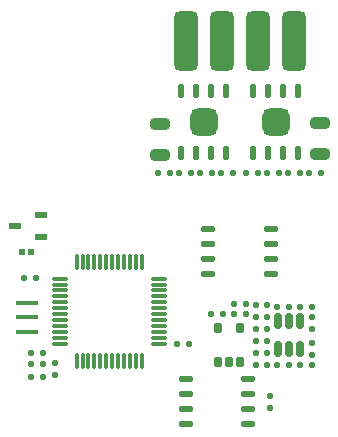
<source format=gbp>
G04*
G04 #@! TF.GenerationSoftware,Altium Limited,Altium Designer,23.8.1 (32)*
G04*
G04 Layer_Color=128*
%FSLAX44Y44*%
%MOMM*%
G71*
G04*
G04 #@! TF.SameCoordinates,63047707-2AD3-47D3-9D9A-8CE44674FD2A*
G04*
G04*
G04 #@! TF.FilePolarity,Positive*
G04*
G01*
G75*
%ADD19R,0.4682X0.4725*%
%ADD59R,1.1000X0.6000*%
%ADD60O,1.3000X0.5000*%
G04:AMPARAMS|DCode=61|XSize=0.508mm|YSize=0.508mm|CornerRadius=0.127mm|HoleSize=0mm|Usage=FLASHONLY|Rotation=0.000|XOffset=0mm|YOffset=0mm|HoleType=Round|Shape=RoundedRectangle|*
%AMROUNDEDRECTD61*
21,1,0.5080,0.2540,0,0,0.0*
21,1,0.2540,0.5080,0,0,0.0*
1,1,0.2540,0.1270,-0.1270*
1,1,0.2540,-0.1270,-0.1270*
1,1,0.2540,-0.1270,0.1270*
1,1,0.2540,0.1270,0.1270*
%
%ADD61ROUNDEDRECTD61*%
G04:AMPARAMS|DCode=62|XSize=0.7mm|YSize=1.3mm|CornerRadius=0.175mm|HoleSize=0mm|Usage=FLASHONLY|Rotation=0.000|XOffset=0mm|YOffset=0mm|HoleType=Round|Shape=RoundedRectangle|*
%AMROUNDEDRECTD62*
21,1,0.7000,0.9500,0,0,0.0*
21,1,0.3500,1.3000,0,0,0.0*
1,1,0.3500,0.1750,-0.4750*
1,1,0.3500,-0.1750,-0.4750*
1,1,0.3500,-0.1750,0.4750*
1,1,0.3500,0.1750,0.4750*
%
%ADD62ROUNDEDRECTD62*%
G04:AMPARAMS|DCode=63|XSize=5.08mm|YSize=2.032mm|CornerRadius=0.508mm|HoleSize=0mm|Usage=FLASHONLY|Rotation=270.000|XOffset=0mm|YOffset=0mm|HoleType=Round|Shape=RoundedRectangle|*
%AMROUNDEDRECTD63*
21,1,5.0800,1.0160,0,0,270.0*
21,1,4.0640,2.0320,0,0,270.0*
1,1,1.0160,-0.5080,-2.0320*
1,1,1.0160,-0.5080,2.0320*
1,1,1.0160,0.5080,2.0320*
1,1,1.0160,0.5080,-2.0320*
%
%ADD63ROUNDEDRECTD63*%
G04:AMPARAMS|DCode=64|XSize=0.508mm|YSize=0.508mm|CornerRadius=0.127mm|HoleSize=0mm|Usage=FLASHONLY|Rotation=90.000|XOffset=0mm|YOffset=0mm|HoleType=Round|Shape=RoundedRectangle|*
%AMROUNDEDRECTD64*
21,1,0.5080,0.2540,0,0,90.0*
21,1,0.2540,0.5080,0,0,90.0*
1,1,0.2540,0.1270,0.1270*
1,1,0.2540,0.1270,-0.1270*
1,1,0.2540,-0.1270,-0.1270*
1,1,0.2540,-0.1270,0.1270*
%
%ADD64ROUNDEDRECTD64*%
%ADD65R,1.9000X0.4000*%
%ADD66O,0.5000X1.3000*%
G04:AMPARAMS|DCode=67|XSize=0.9561mm|YSize=1.6098mm|CornerRadius=0.239mm|HoleSize=0mm|Usage=FLASHONLY|Rotation=270.000|XOffset=0mm|YOffset=0mm|HoleType=Round|Shape=RoundedRectangle|*
%AMROUNDEDRECTD67*
21,1,0.9561,1.1318,0,0,270.0*
21,1,0.4780,1.6098,0,0,270.0*
1,1,0.4780,-0.5659,-0.2390*
1,1,0.4780,-0.5659,0.2390*
1,1,0.4780,0.5659,0.2390*
1,1,0.4780,0.5659,-0.2390*
%
%ADD67ROUNDEDRECTD67*%
G04:AMPARAMS|DCode=68|XSize=2.3mm|YSize=2.3mm|CornerRadius=0.575mm|HoleSize=0mm|Usage=FLASHONLY|Rotation=0.000|XOffset=0mm|YOffset=0mm|HoleType=Round|Shape=RoundedRectangle|*
%AMROUNDEDRECTD68*
21,1,2.3000,1.1500,0,0,0.0*
21,1,1.1500,2.3000,0,0,0.0*
1,1,1.1500,0.5750,-0.5750*
1,1,1.1500,-0.5750,-0.5750*
1,1,1.1500,-0.5750,0.5750*
1,1,1.1500,0.5750,0.5750*
%
%ADD68ROUNDEDRECTD68*%
G04:AMPARAMS|DCode=69|XSize=0.6mm|YSize=0.889mm|CornerRadius=0.15mm|HoleSize=0mm|Usage=FLASHONLY|Rotation=0.000|XOffset=0mm|YOffset=0mm|HoleType=Round|Shape=RoundedRectangle|*
%AMROUNDEDRECTD69*
21,1,0.6000,0.5890,0,0,0.0*
21,1,0.3000,0.8890,0,0,0.0*
1,1,0.3000,0.1500,-0.2945*
1,1,0.3000,-0.1500,-0.2945*
1,1,0.3000,-0.1500,0.2945*
1,1,0.3000,0.1500,0.2945*
%
%ADD69ROUNDEDRECTD69*%
%ADD70O,0.3048X1.3716*%
%ADD71O,1.3716X0.3048*%
D19*
X-176318Y-508D02*
D03*
X-184361D02*
D03*
D59*
X-190578Y21082D02*
D03*
X-168578Y11582D02*
D03*
Y30582D02*
D03*
D60*
X26500Y19050D02*
D03*
Y6350D02*
D03*
Y-6350D02*
D03*
Y-19050D02*
D03*
X-26500Y19050D02*
D03*
Y6350D02*
D03*
Y-6350D02*
D03*
Y-19050D02*
D03*
X-45550Y-146050D02*
D03*
Y-133350D02*
D03*
Y-120650D02*
D03*
Y-107950D02*
D03*
X7450Y-146050D02*
D03*
Y-133350D02*
D03*
Y-120650D02*
D03*
Y-107950D02*
D03*
D61*
X22860Y-45720D02*
D03*
Y-55880D02*
D03*
X13970Y-45720D02*
D03*
Y-55880D02*
D03*
X25908Y-133096D02*
D03*
Y-122936D02*
D03*
X-156718Y-105156D02*
D03*
Y-94996D02*
D03*
X13970Y-66040D02*
D03*
Y-76200D02*
D03*
X22860Y-66040D02*
D03*
Y-76200D02*
D03*
X60960Y-55880D02*
D03*
Y-66040D02*
D03*
Y-77470D02*
D03*
Y-87630D02*
D03*
X22860Y-86360D02*
D03*
Y-96520D02*
D03*
X13970Y-86360D02*
D03*
Y-96520D02*
D03*
D62*
X51410Y-59120D02*
D03*
X41910D02*
D03*
X32410D02*
D03*
Y-83120D02*
D03*
X41910D02*
D03*
X51410D02*
D03*
D63*
X15240Y177800D02*
D03*
X-45720D02*
D03*
X-15240D02*
D03*
X45720D02*
D03*
D64*
X-166624Y-85852D02*
D03*
X-176784D02*
D03*
X-172466Y-22860D02*
D03*
X-182626D02*
D03*
X-43180Y-78232D02*
D03*
X-53340D02*
D03*
X-23114Y66294D02*
D03*
X-33274D02*
D03*
X-58674D02*
D03*
X-68834D02*
D03*
X50800D02*
D03*
X40640D02*
D03*
X15240D02*
D03*
X5080D02*
D03*
X-5334D02*
D03*
X-15494D02*
D03*
X-40894D02*
D03*
X-51054D02*
D03*
X68580D02*
D03*
X58420D02*
D03*
X22860D02*
D03*
X33020D02*
D03*
X-176784Y-106680D02*
D03*
X-166624D02*
D03*
X50800Y-96520D02*
D03*
X60960D02*
D03*
X-176784Y-95504D02*
D03*
X-166624D02*
D03*
X5080Y-44450D02*
D03*
X-5080D02*
D03*
X5080Y-53340D02*
D03*
X-5080D02*
D03*
X-13970D02*
D03*
X-24130D02*
D03*
X60960Y-46990D02*
D03*
X50800D02*
D03*
X31750D02*
D03*
X41910D02*
D03*
X31750Y-96520D02*
D03*
X41910D02*
D03*
D65*
X-180086Y-44134D02*
D03*
Y-56134D02*
D03*
Y-68134D02*
D03*
D66*
X11430Y135720D02*
D03*
X-11430Y82720D02*
D03*
X-24130D02*
D03*
X-36830D02*
D03*
X-49530D02*
D03*
X-11430Y135720D02*
D03*
X-24130D02*
D03*
X-36830D02*
D03*
X-49530D02*
D03*
X24130D02*
D03*
X36830D02*
D03*
X49530D02*
D03*
X11430Y82720D02*
D03*
X24130D02*
D03*
X36830D02*
D03*
X49530D02*
D03*
D67*
X-67818Y81731D02*
D03*
Y107753D02*
D03*
X68072Y108261D02*
D03*
Y82239D02*
D03*
D68*
X-30480Y109220D02*
D03*
X30480D02*
D03*
D69*
X-18390Y-93740D02*
D03*
X-8890D02*
D03*
X610D02*
D03*
Y-64784D02*
D03*
X-18390D02*
D03*
D70*
X-92990Y-8890D02*
D03*
X-87990D02*
D03*
X-82990D02*
D03*
X-97990D02*
D03*
X-102990D02*
D03*
X-122990D02*
D03*
X-117990D02*
D03*
X-107990D02*
D03*
X-112990D02*
D03*
X-127990D02*
D03*
X-132990D02*
D03*
X-137990D02*
D03*
X-82990Y-92710D02*
D03*
X-87990D02*
D03*
X-92990D02*
D03*
X-107990D02*
D03*
X-112990D02*
D03*
X-102990D02*
D03*
X-97990D02*
D03*
X-117990D02*
D03*
X-122990D02*
D03*
X-137990D02*
D03*
X-132990D02*
D03*
X-127990D02*
D03*
D71*
X-68580Y-53300D02*
D03*
Y-23300D02*
D03*
Y-28300D02*
D03*
Y-33300D02*
D03*
Y-48300D02*
D03*
Y-43300D02*
D03*
Y-38300D02*
D03*
Y-58300D02*
D03*
Y-63300D02*
D03*
X-68580Y-78300D02*
D03*
X-68580Y-73300D02*
D03*
Y-68300D02*
D03*
X-152400Y-68300D02*
D03*
Y-73300D02*
D03*
Y-78300D02*
D03*
Y-63300D02*
D03*
Y-58300D02*
D03*
Y-38300D02*
D03*
Y-43300D02*
D03*
Y-53300D02*
D03*
Y-48300D02*
D03*
Y-33300D02*
D03*
Y-28300D02*
D03*
Y-23300D02*
D03*
M02*

</source>
